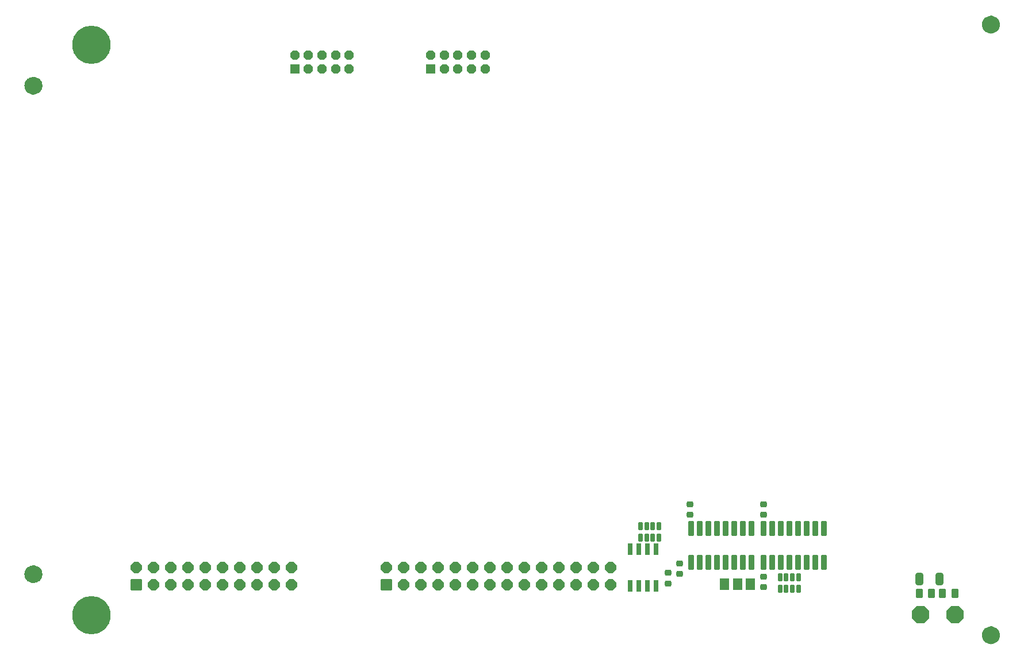
<source format=gbr>
%TF.GenerationSoftware,KiCad,Pcbnew,8.0.7-8.0.7-0~ubuntu22.04.1*%
%TF.CreationDate,2024-12-15T22:19:19+01:00*%
%TF.ProjectId,EEZ DIB 1.2 template,45455a20-4449-4422-9031-2e322074656d,rev?*%
%TF.SameCoordinates,Original*%
%TF.FileFunction,Soldermask,Top*%
%TF.FilePolarity,Negative*%
%FSLAX46Y46*%
G04 Gerber Fmt 4.6, Leading zero omitted, Abs format (unit mm)*
G04 Created by KiCad (PCBNEW 8.0.7-8.0.7-0~ubuntu22.04.1) date 2024-12-15 22:19:19*
%MOMM*%
%LPD*%
G01*
G04 APERTURE LIST*
G04 Aperture macros list*
%AMRoundRect*
0 Rectangle with rounded corners*
0 $1 Rounding radius*
0 $2 $3 $4 $5 $6 $7 $8 $9 X,Y pos of 4 corners*
0 Add a 4 corners polygon primitive as box body*
4,1,4,$2,$3,$4,$5,$6,$7,$8,$9,$2,$3,0*
0 Add four circle primitives for the rounded corners*
1,1,$1+$1,$2,$3*
1,1,$1+$1,$4,$5*
1,1,$1+$1,$6,$7*
1,1,$1+$1,$8,$9*
0 Add four rect primitives between the rounded corners*
20,1,$1+$1,$2,$3,$4,$5,0*
20,1,$1+$1,$4,$5,$6,$7,0*
20,1,$1+$1,$6,$7,$8,$9,0*
20,1,$1+$1,$8,$9,$2,$3,0*%
%AMFreePoly0*
4,1,25,0.546036,1.258373,0.550938,1.253882,1.253882,0.550938,1.275910,0.503697,1.276200,0.497056,1.276200,-0.497056,1.258373,-0.546036,1.253882,-0.550938,0.550938,-1.253882,0.503697,-1.275910,0.497056,-1.276200,-0.497056,-1.276200,-0.546036,-1.258373,-0.550938,-1.253882,-1.253882,-0.550938,-1.275910,-0.503697,-1.276200,-0.497056,-1.276200,0.497056,-1.258373,0.546036,-1.253882,0.550938,
-0.550938,1.253882,-0.503697,1.275910,-0.497056,1.276200,0.497056,1.276200,0.546036,1.258373,0.546036,1.258373,$1*%
%AMFreePoly1*
4,1,25,0.297508,0.658373,0.302410,0.653882,0.653882,0.302410,0.675910,0.255169,0.676200,0.248528,0.676200,-0.248528,0.658373,-0.297508,0.653882,-0.302410,0.302410,-0.653882,0.255169,-0.675910,0.248528,-0.676200,-0.248528,-0.676200,-0.297508,-0.658373,-0.302410,-0.653882,-0.653882,-0.302410,-0.675910,-0.255169,-0.676200,-0.248528,-0.676200,0.248528,-0.658373,0.297508,-0.653882,0.302410,
-0.302410,0.653882,-0.255169,0.675910,-0.248528,0.676200,0.248528,0.676200,0.297508,0.658373,0.297508,0.658373,$1*%
%AMFreePoly2*
4,1,25,0.359640,0.808373,0.364542,0.803882,0.803882,0.364542,0.825910,0.317301,0.826200,0.310660,0.826200,-0.310660,0.808373,-0.359640,0.803882,-0.364542,0.364542,-0.803882,0.317301,-0.825910,0.310660,-0.826200,-0.310660,-0.826200,-0.359640,-0.808373,-0.364542,-0.803882,-0.803882,-0.364542,-0.825910,-0.317301,-0.826200,-0.310660,-0.826200,0.310660,-0.808373,0.359640,-0.803882,0.364542,
-0.364542,0.803882,-0.317301,0.825910,-0.310660,0.826200,0.310660,0.826200,0.359640,0.808373,0.359640,0.808373,$1*%
G04 Aperture macros list end*
%ADD10C,1.327913*%
%ADD11FreePoly0,270.000000*%
%ADD12RoundRect,0.225000X-0.250000X0.225000X-0.250000X-0.225000X0.250000X-0.225000X0.250000X0.225000X0*%
%ADD13RoundRect,0.076200X-0.600000X-0.600000X0.600000X-0.600000X0.600000X0.600000X-0.600000X0.600000X0*%
%ADD14FreePoly1,0.000000*%
%ADD15RoundRect,0.508000X-0.000010X-0.000010X0.000010X-0.000010X0.000010X0.000010X-0.000010X0.000010X0*%
%ADD16RoundRect,0.076200X-0.750000X-0.750000X0.750000X-0.750000X0.750000X0.750000X-0.750000X0.750000X0*%
%ADD17FreePoly2,0.000000*%
%ADD18RoundRect,0.061553X-0.301947X0.776947X-0.301947X-0.776947X0.301947X-0.776947X0.301947X0.776947X0*%
%ADD19RoundRect,0.063703X0.249797X0.499797X-0.249797X0.499797X-0.249797X-0.499797X0.249797X-0.499797X0*%
%ADD20RoundRect,0.055763X0.657737X0.757737X-0.657737X0.757737X-0.657737X-0.757737X0.657737X-0.757737X0*%
%ADD21RoundRect,0.032160X0.369840X-1.019840X0.369840X1.019840X-0.369840X1.019840X-0.369840X-1.019840X0*%
%ADD22RoundRect,0.250000X0.262500X0.450000X-0.262500X0.450000X-0.262500X-0.450000X0.262500X-0.450000X0*%
%ADD23C,5.652400*%
%ADD24RoundRect,0.250000X0.325000X0.650000X-0.325000X0.650000X-0.325000X-0.650000X0.325000X-0.650000X0*%
%ADD25RoundRect,0.063703X-0.249797X-0.499797X0.249797X-0.499797X0.249797X0.499797X-0.249797X0.499797X0*%
%ADD26RoundRect,0.076200X0.750000X0.750000X-0.750000X0.750000X-0.750000X-0.750000X0.750000X-0.750000X0*%
%ADD27FreePoly2,180.000000*%
G04 APERTURE END LIST*
%TO.C,FM4*%
D10*
X219663956Y-150000000D02*
G75*
G02*
X218336044Y-150000000I-663956J0D01*
G01*
X218336044Y-150000000D02*
G75*
G02*
X219663956Y-150000000I663956J0D01*
G01*
%TO.C,FM3*%
X219663956Y-60000000D02*
G75*
G02*
X218336044Y-60000000I-663956J0D01*
G01*
X218336044Y-60000000D02*
G75*
G02*
X219663956Y-60000000I663956J0D01*
G01*
%TO.C,FM2*%
X78663956Y-141000000D02*
G75*
G02*
X77336044Y-141000000I-663956J0D01*
G01*
X77336044Y-141000000D02*
G75*
G02*
X78663956Y-141000000I663956J0D01*
G01*
%TO.C,FM1*%
X78663956Y-69000000D02*
G75*
G02*
X77336044Y-69000000I-663956J0D01*
G01*
X77336044Y-69000000D02*
G75*
G02*
X78663956Y-69000000I663956J0D01*
G01*
%TD*%
D11*
%TO.C,J1*%
X213677100Y-146915600D03*
X208597100Y-146915600D03*
%TD*%
D12*
%TO.C,C3*%
X173164100Y-139409600D03*
X173164100Y-140959600D03*
%TD*%
D13*
%TO.C,X4*%
X136500000Y-66500000D03*
D14*
X136500000Y-64500000D03*
X138500000Y-66500000D03*
X138500000Y-64500000D03*
X140500000Y-66500000D03*
X140500000Y-64500000D03*
X142500000Y-66500000D03*
X142500000Y-64500000D03*
X144500000Y-66500000D03*
X144500000Y-64500000D03*
%TD*%
D13*
%TO.C,X3*%
X116500000Y-66500000D03*
D14*
X116500000Y-64500000D03*
X118500000Y-66500000D03*
X118500000Y-64500000D03*
X120500000Y-66500000D03*
X120500000Y-64500000D03*
X122500000Y-66500000D03*
X122500000Y-64500000D03*
X124500000Y-66500000D03*
X124500000Y-64500000D03*
%TD*%
D15*
%TO.C,FM4*%
X219000000Y-150000000D03*
%TD*%
D16*
%TO.C,X2*%
X129980000Y-142540000D03*
D17*
X129980000Y-140000000D03*
X132520000Y-142540000D03*
X132520000Y-140000000D03*
X135060000Y-142540000D03*
X135060000Y-140000000D03*
X137600000Y-142540000D03*
X137600000Y-140000000D03*
X140140000Y-142540000D03*
X140140000Y-140000000D03*
X142680000Y-142540000D03*
X142680000Y-140000000D03*
X145220000Y-142540000D03*
X145220000Y-140000000D03*
X147760000Y-142540000D03*
X147760000Y-140000000D03*
X150300000Y-142540000D03*
X150300000Y-140000000D03*
X152840000Y-142540000D03*
X152840000Y-140000000D03*
X155380000Y-142540000D03*
X155380000Y-140000000D03*
X157920000Y-142540000D03*
X157920000Y-140000000D03*
X160460000Y-142540000D03*
X160460000Y-140000000D03*
X163000000Y-142540000D03*
X163000000Y-140000000D03*
%TD*%
D15*
%TO.C,FM3*%
X219000000Y-60000000D03*
%TD*%
D12*
%TO.C,C5*%
X174688100Y-130710100D03*
X174688100Y-132260100D03*
%TD*%
%TO.C,C1*%
X171449600Y-140806600D03*
X171449600Y-142356600D03*
%TD*%
D18*
%TO.C,IC1*%
X169666600Y-137332200D03*
X168396600Y-137332200D03*
X167126600Y-137332200D03*
X165856600Y-137332200D03*
X165856600Y-142732200D03*
X167126600Y-142732200D03*
X168396600Y-142732200D03*
X169666600Y-142732200D03*
%TD*%
D19*
%TO.C,RN1*%
X190643100Y-141430100D03*
X189743100Y-141430100D03*
X188843100Y-141430100D03*
X187943100Y-141430100D03*
X187943100Y-143130100D03*
X188843100Y-143130100D03*
X189743100Y-143130100D03*
X190643100Y-143130100D03*
%TD*%
D20*
%TO.C,JP1*%
X181668500Y-142430500D03*
X179768500Y-142430500D03*
X183568500Y-142430500D03*
%TD*%
D21*
%TO.C,IC2*%
X185483100Y-139215600D03*
X186753100Y-139215600D03*
X188023100Y-139215600D03*
X189293100Y-139215600D03*
X190563100Y-139215600D03*
X191833100Y-139215600D03*
X193103100Y-139215600D03*
X194373100Y-139215600D03*
X194373100Y-134295600D03*
X193103100Y-134295600D03*
X191833100Y-134295600D03*
X190563100Y-134295600D03*
X189293100Y-134295600D03*
X188023100Y-134295600D03*
X186753100Y-134295600D03*
X185483100Y-134295600D03*
%TD*%
D15*
%TO.C,FM2*%
X78000000Y-141000000D03*
%TD*%
D22*
%TO.C,R1*%
X213677500Y-143827500D03*
X211852500Y-143827500D03*
%TD*%
%TO.C,R2*%
X210248500Y-143827500D03*
X208423500Y-143827500D03*
%TD*%
D23*
%TO.C,KK1*%
X86500000Y-63000000D03*
%TD*%
D21*
%TO.C,IC3*%
X174878600Y-139215600D03*
X176148600Y-139215600D03*
X177418600Y-139215600D03*
X178688600Y-139215600D03*
X179958600Y-139215600D03*
X181228600Y-139215600D03*
X182498600Y-139215600D03*
X183768600Y-139215600D03*
X183768600Y-134295600D03*
X182498600Y-134295600D03*
X181228600Y-134295600D03*
X179958600Y-134295600D03*
X178688600Y-134295600D03*
X177418600Y-134295600D03*
X176148600Y-134295600D03*
X174878600Y-134295600D03*
%TD*%
D24*
%TO.C,C4*%
X211446000Y-141668500D03*
X208496000Y-141668500D03*
%TD*%
D12*
%TO.C,C2*%
X185483100Y-141378100D03*
X185483100Y-142928100D03*
%TD*%
D25*
%TO.C,RN2*%
X167407200Y-135649800D03*
X168307200Y-135649800D03*
X169207200Y-135649800D03*
X170107200Y-135649800D03*
X170107200Y-133949800D03*
X169207200Y-133949800D03*
X168307200Y-133949800D03*
X167407200Y-133949800D03*
%TD*%
D15*
%TO.C,FM1*%
X78000000Y-69000000D03*
%TD*%
D26*
%TO.C,X1*%
X93140000Y-142540000D03*
D27*
X93140000Y-140000000D03*
X95680000Y-142540000D03*
X95680000Y-140000000D03*
X98220000Y-142540000D03*
X98220000Y-140000000D03*
X100760000Y-142540000D03*
X100760000Y-140000000D03*
X103300000Y-142540000D03*
X103300000Y-140000000D03*
X105840000Y-142540000D03*
X105840000Y-140000000D03*
X108380000Y-142540000D03*
X108380000Y-140000000D03*
X110920000Y-142540000D03*
X110920000Y-140000000D03*
X113460000Y-142540000D03*
X113460000Y-140000000D03*
X116000000Y-142540000D03*
X116000000Y-140000000D03*
%TD*%
D23*
%TO.C,KK2*%
X86500000Y-147000000D03*
%TD*%
D12*
%TO.C,C6*%
X185483100Y-130710100D03*
X185483100Y-132260100D03*
%TD*%
M02*

</source>
